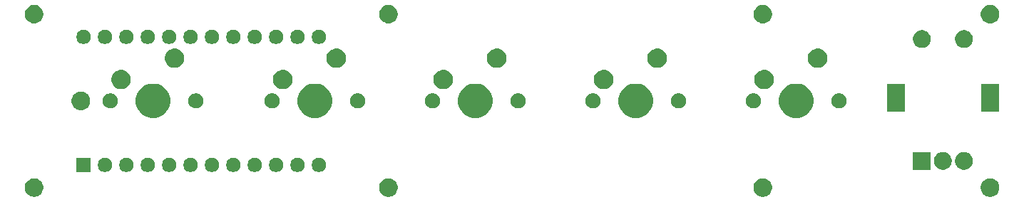
<source format=gbs>
G04 #@! TF.GenerationSoftware,KiCad,Pcbnew,(5.1.4)-1*
G04 #@! TF.CreationDate,2021-12-24T02:42:09+01:00*
G04 #@! TF.ProjectId,5Plank,35506c61-6e6b-42e6-9b69-6361645f7063,rev?*
G04 #@! TF.SameCoordinates,Original*
G04 #@! TF.FileFunction,Soldermask,Bot*
G04 #@! TF.FilePolarity,Negative*
%FSLAX46Y46*%
G04 Gerber Fmt 4.6, Leading zero omitted, Abs format (unit mm)*
G04 Created by KiCad (PCBNEW (5.1.4)-1) date 2021-12-24 02:42:09*
%MOMM*%
%LPD*%
G04 APERTURE LIST*
%ADD10C,0.100000*%
G04 APERTURE END LIST*
D10*
G36*
X241514795Y-94963906D02*
G01*
X241621150Y-94985061D01*
X241821520Y-95068057D01*
X242001844Y-95188545D01*
X242155205Y-95341906D01*
X242275693Y-95522230D01*
X242358689Y-95722601D01*
X242401000Y-95935310D01*
X242401000Y-96152190D01*
X242358689Y-96364899D01*
X242275693Y-96565270D01*
X242155205Y-96745594D01*
X242001844Y-96898955D01*
X241821520Y-97019443D01*
X241721334Y-97060941D01*
X241621150Y-97102439D01*
X241514795Y-97123594D01*
X241408440Y-97144750D01*
X241191560Y-97144750D01*
X241085206Y-97123595D01*
X240978850Y-97102439D01*
X240878666Y-97060941D01*
X240778480Y-97019443D01*
X240598156Y-96898955D01*
X240444795Y-96745594D01*
X240324307Y-96565270D01*
X240241311Y-96364899D01*
X240199000Y-96152190D01*
X240199000Y-95935310D01*
X240241311Y-95722601D01*
X240324307Y-95522230D01*
X240444795Y-95341906D01*
X240598156Y-95188545D01*
X240778480Y-95068057D01*
X240978850Y-94985061D01*
X241085206Y-94963905D01*
X241191560Y-94942750D01*
X241408440Y-94942750D01*
X241514795Y-94963906D01*
X241514795Y-94963906D01*
G37*
G36*
X214527295Y-94963906D02*
G01*
X214633650Y-94985061D01*
X214834020Y-95068057D01*
X215014344Y-95188545D01*
X215167705Y-95341906D01*
X215288193Y-95522230D01*
X215371189Y-95722601D01*
X215413500Y-95935310D01*
X215413500Y-96152190D01*
X215371189Y-96364899D01*
X215288193Y-96565270D01*
X215167705Y-96745594D01*
X215014344Y-96898955D01*
X214834020Y-97019443D01*
X214733834Y-97060941D01*
X214633650Y-97102439D01*
X214527295Y-97123594D01*
X214420940Y-97144750D01*
X214204060Y-97144750D01*
X214097706Y-97123595D01*
X213991350Y-97102439D01*
X213891166Y-97060941D01*
X213790980Y-97019443D01*
X213610656Y-96898955D01*
X213457295Y-96745594D01*
X213336807Y-96565270D01*
X213253811Y-96364899D01*
X213211500Y-96152190D01*
X213211500Y-95935310D01*
X213253811Y-95722601D01*
X213336807Y-95522230D01*
X213457295Y-95341906D01*
X213610656Y-95188545D01*
X213790980Y-95068057D01*
X213991350Y-94985061D01*
X214097706Y-94963905D01*
X214204060Y-94942750D01*
X214420940Y-94942750D01*
X214527295Y-94963906D01*
X214527295Y-94963906D01*
G37*
G36*
X128008545Y-94963906D02*
G01*
X128114900Y-94985061D01*
X128315270Y-95068057D01*
X128495594Y-95188545D01*
X128648955Y-95341906D01*
X128769443Y-95522230D01*
X128852439Y-95722601D01*
X128894750Y-95935310D01*
X128894750Y-96152190D01*
X128852439Y-96364899D01*
X128769443Y-96565270D01*
X128648955Y-96745594D01*
X128495594Y-96898955D01*
X128315270Y-97019443D01*
X128215084Y-97060941D01*
X128114900Y-97102439D01*
X128008545Y-97123594D01*
X127902190Y-97144750D01*
X127685310Y-97144750D01*
X127578956Y-97123595D01*
X127472600Y-97102439D01*
X127372416Y-97060941D01*
X127272230Y-97019443D01*
X127091906Y-96898955D01*
X126938545Y-96745594D01*
X126818057Y-96565270D01*
X126735061Y-96364899D01*
X126692750Y-96152190D01*
X126692750Y-95935310D01*
X126735061Y-95722601D01*
X126818057Y-95522230D01*
X126938545Y-95341906D01*
X127091906Y-95188545D01*
X127272230Y-95068057D01*
X127472600Y-94985061D01*
X127578956Y-94963905D01*
X127685310Y-94942750D01*
X127902190Y-94942750D01*
X128008545Y-94963906D01*
X128008545Y-94963906D01*
G37*
G36*
X170077295Y-94963906D02*
G01*
X170183650Y-94985061D01*
X170384020Y-95068057D01*
X170564344Y-95188545D01*
X170717705Y-95341906D01*
X170838193Y-95522230D01*
X170921189Y-95722601D01*
X170963500Y-95935310D01*
X170963500Y-96152190D01*
X170921189Y-96364899D01*
X170838193Y-96565270D01*
X170717705Y-96745594D01*
X170564344Y-96898955D01*
X170384020Y-97019443D01*
X170283834Y-97060941D01*
X170183650Y-97102439D01*
X170077295Y-97123594D01*
X169970940Y-97144750D01*
X169754060Y-97144750D01*
X169647706Y-97123595D01*
X169541350Y-97102439D01*
X169441166Y-97060941D01*
X169340980Y-97019443D01*
X169160656Y-96898955D01*
X169007295Y-96745594D01*
X168886807Y-96565270D01*
X168803811Y-96364899D01*
X168761500Y-96152190D01*
X168761500Y-95935310D01*
X168803811Y-95722601D01*
X168886807Y-95522230D01*
X169007295Y-95341906D01*
X169160656Y-95188545D01*
X169340980Y-95068057D01*
X169541350Y-94985061D01*
X169647706Y-94963905D01*
X169754060Y-94942750D01*
X169970940Y-94942750D01*
X170077295Y-94963906D01*
X170077295Y-94963906D01*
G37*
G36*
X144075728Y-92526703D02*
G01*
X144230600Y-92590853D01*
X144369981Y-92683985D01*
X144488515Y-92802519D01*
X144581647Y-92941900D01*
X144645797Y-93096772D01*
X144678500Y-93261184D01*
X144678500Y-93428816D01*
X144645797Y-93593228D01*
X144581647Y-93748100D01*
X144488515Y-93887481D01*
X144369981Y-94006015D01*
X144230600Y-94099147D01*
X144075728Y-94163297D01*
X143911316Y-94196000D01*
X143743684Y-94196000D01*
X143579272Y-94163297D01*
X143424400Y-94099147D01*
X143285019Y-94006015D01*
X143166485Y-93887481D01*
X143073353Y-93748100D01*
X143009203Y-93593228D01*
X142976500Y-93428816D01*
X142976500Y-93261184D01*
X143009203Y-93096772D01*
X143073353Y-92941900D01*
X143166485Y-92802519D01*
X143285019Y-92683985D01*
X143424400Y-92590853D01*
X143579272Y-92526703D01*
X143743684Y-92494000D01*
X143911316Y-92494000D01*
X144075728Y-92526703D01*
X144075728Y-92526703D01*
G37*
G36*
X161855728Y-92526703D02*
G01*
X162010600Y-92590853D01*
X162149981Y-92683985D01*
X162268515Y-92802519D01*
X162361647Y-92941900D01*
X162425797Y-93096772D01*
X162458500Y-93261184D01*
X162458500Y-93428816D01*
X162425797Y-93593228D01*
X162361647Y-93748100D01*
X162268515Y-93887481D01*
X162149981Y-94006015D01*
X162010600Y-94099147D01*
X161855728Y-94163297D01*
X161691316Y-94196000D01*
X161523684Y-94196000D01*
X161359272Y-94163297D01*
X161204400Y-94099147D01*
X161065019Y-94006015D01*
X160946485Y-93887481D01*
X160853353Y-93748100D01*
X160789203Y-93593228D01*
X160756500Y-93428816D01*
X160756500Y-93261184D01*
X160789203Y-93096772D01*
X160853353Y-92941900D01*
X160946485Y-92802519D01*
X161065019Y-92683985D01*
X161204400Y-92590853D01*
X161359272Y-92526703D01*
X161523684Y-92494000D01*
X161691316Y-92494000D01*
X161855728Y-92526703D01*
X161855728Y-92526703D01*
G37*
G36*
X159315728Y-92526703D02*
G01*
X159470600Y-92590853D01*
X159609981Y-92683985D01*
X159728515Y-92802519D01*
X159821647Y-92941900D01*
X159885797Y-93096772D01*
X159918500Y-93261184D01*
X159918500Y-93428816D01*
X159885797Y-93593228D01*
X159821647Y-93748100D01*
X159728515Y-93887481D01*
X159609981Y-94006015D01*
X159470600Y-94099147D01*
X159315728Y-94163297D01*
X159151316Y-94196000D01*
X158983684Y-94196000D01*
X158819272Y-94163297D01*
X158664400Y-94099147D01*
X158525019Y-94006015D01*
X158406485Y-93887481D01*
X158313353Y-93748100D01*
X158249203Y-93593228D01*
X158216500Y-93428816D01*
X158216500Y-93261184D01*
X158249203Y-93096772D01*
X158313353Y-92941900D01*
X158406485Y-92802519D01*
X158525019Y-92683985D01*
X158664400Y-92590853D01*
X158819272Y-92526703D01*
X158983684Y-92494000D01*
X159151316Y-92494000D01*
X159315728Y-92526703D01*
X159315728Y-92526703D01*
G37*
G36*
X156775728Y-92526703D02*
G01*
X156930600Y-92590853D01*
X157069981Y-92683985D01*
X157188515Y-92802519D01*
X157281647Y-92941900D01*
X157345797Y-93096772D01*
X157378500Y-93261184D01*
X157378500Y-93428816D01*
X157345797Y-93593228D01*
X157281647Y-93748100D01*
X157188515Y-93887481D01*
X157069981Y-94006015D01*
X156930600Y-94099147D01*
X156775728Y-94163297D01*
X156611316Y-94196000D01*
X156443684Y-94196000D01*
X156279272Y-94163297D01*
X156124400Y-94099147D01*
X155985019Y-94006015D01*
X155866485Y-93887481D01*
X155773353Y-93748100D01*
X155709203Y-93593228D01*
X155676500Y-93428816D01*
X155676500Y-93261184D01*
X155709203Y-93096772D01*
X155773353Y-92941900D01*
X155866485Y-92802519D01*
X155985019Y-92683985D01*
X156124400Y-92590853D01*
X156279272Y-92526703D01*
X156443684Y-92494000D01*
X156611316Y-92494000D01*
X156775728Y-92526703D01*
X156775728Y-92526703D01*
G37*
G36*
X154235728Y-92526703D02*
G01*
X154390600Y-92590853D01*
X154529981Y-92683985D01*
X154648515Y-92802519D01*
X154741647Y-92941900D01*
X154805797Y-93096772D01*
X154838500Y-93261184D01*
X154838500Y-93428816D01*
X154805797Y-93593228D01*
X154741647Y-93748100D01*
X154648515Y-93887481D01*
X154529981Y-94006015D01*
X154390600Y-94099147D01*
X154235728Y-94163297D01*
X154071316Y-94196000D01*
X153903684Y-94196000D01*
X153739272Y-94163297D01*
X153584400Y-94099147D01*
X153445019Y-94006015D01*
X153326485Y-93887481D01*
X153233353Y-93748100D01*
X153169203Y-93593228D01*
X153136500Y-93428816D01*
X153136500Y-93261184D01*
X153169203Y-93096772D01*
X153233353Y-92941900D01*
X153326485Y-92802519D01*
X153445019Y-92683985D01*
X153584400Y-92590853D01*
X153739272Y-92526703D01*
X153903684Y-92494000D01*
X154071316Y-92494000D01*
X154235728Y-92526703D01*
X154235728Y-92526703D01*
G37*
G36*
X151695728Y-92526703D02*
G01*
X151850600Y-92590853D01*
X151989981Y-92683985D01*
X152108515Y-92802519D01*
X152201647Y-92941900D01*
X152265797Y-93096772D01*
X152298500Y-93261184D01*
X152298500Y-93428816D01*
X152265797Y-93593228D01*
X152201647Y-93748100D01*
X152108515Y-93887481D01*
X151989981Y-94006015D01*
X151850600Y-94099147D01*
X151695728Y-94163297D01*
X151531316Y-94196000D01*
X151363684Y-94196000D01*
X151199272Y-94163297D01*
X151044400Y-94099147D01*
X150905019Y-94006015D01*
X150786485Y-93887481D01*
X150693353Y-93748100D01*
X150629203Y-93593228D01*
X150596500Y-93428816D01*
X150596500Y-93261184D01*
X150629203Y-93096772D01*
X150693353Y-92941900D01*
X150786485Y-92802519D01*
X150905019Y-92683985D01*
X151044400Y-92590853D01*
X151199272Y-92526703D01*
X151363684Y-92494000D01*
X151531316Y-92494000D01*
X151695728Y-92526703D01*
X151695728Y-92526703D01*
G37*
G36*
X149155728Y-92526703D02*
G01*
X149310600Y-92590853D01*
X149449981Y-92683985D01*
X149568515Y-92802519D01*
X149661647Y-92941900D01*
X149725797Y-93096772D01*
X149758500Y-93261184D01*
X149758500Y-93428816D01*
X149725797Y-93593228D01*
X149661647Y-93748100D01*
X149568515Y-93887481D01*
X149449981Y-94006015D01*
X149310600Y-94099147D01*
X149155728Y-94163297D01*
X148991316Y-94196000D01*
X148823684Y-94196000D01*
X148659272Y-94163297D01*
X148504400Y-94099147D01*
X148365019Y-94006015D01*
X148246485Y-93887481D01*
X148153353Y-93748100D01*
X148089203Y-93593228D01*
X148056500Y-93428816D01*
X148056500Y-93261184D01*
X148089203Y-93096772D01*
X148153353Y-92941900D01*
X148246485Y-92802519D01*
X148365019Y-92683985D01*
X148504400Y-92590853D01*
X148659272Y-92526703D01*
X148823684Y-92494000D01*
X148991316Y-92494000D01*
X149155728Y-92526703D01*
X149155728Y-92526703D01*
G37*
G36*
X146615728Y-92526703D02*
G01*
X146770600Y-92590853D01*
X146909981Y-92683985D01*
X147028515Y-92802519D01*
X147121647Y-92941900D01*
X147185797Y-93096772D01*
X147218500Y-93261184D01*
X147218500Y-93428816D01*
X147185797Y-93593228D01*
X147121647Y-93748100D01*
X147028515Y-93887481D01*
X146909981Y-94006015D01*
X146770600Y-94099147D01*
X146615728Y-94163297D01*
X146451316Y-94196000D01*
X146283684Y-94196000D01*
X146119272Y-94163297D01*
X145964400Y-94099147D01*
X145825019Y-94006015D01*
X145706485Y-93887481D01*
X145613353Y-93748100D01*
X145549203Y-93593228D01*
X145516500Y-93428816D01*
X145516500Y-93261184D01*
X145549203Y-93096772D01*
X145613353Y-92941900D01*
X145706485Y-92802519D01*
X145825019Y-92683985D01*
X145964400Y-92590853D01*
X146119272Y-92526703D01*
X146283684Y-92494000D01*
X146451316Y-92494000D01*
X146615728Y-92526703D01*
X146615728Y-92526703D01*
G37*
G36*
X141535728Y-92526703D02*
G01*
X141690600Y-92590853D01*
X141829981Y-92683985D01*
X141948515Y-92802519D01*
X142041647Y-92941900D01*
X142105797Y-93096772D01*
X142138500Y-93261184D01*
X142138500Y-93428816D01*
X142105797Y-93593228D01*
X142041647Y-93748100D01*
X141948515Y-93887481D01*
X141829981Y-94006015D01*
X141690600Y-94099147D01*
X141535728Y-94163297D01*
X141371316Y-94196000D01*
X141203684Y-94196000D01*
X141039272Y-94163297D01*
X140884400Y-94099147D01*
X140745019Y-94006015D01*
X140626485Y-93887481D01*
X140533353Y-93748100D01*
X140469203Y-93593228D01*
X140436500Y-93428816D01*
X140436500Y-93261184D01*
X140469203Y-93096772D01*
X140533353Y-92941900D01*
X140626485Y-92802519D01*
X140745019Y-92683985D01*
X140884400Y-92590853D01*
X141039272Y-92526703D01*
X141203684Y-92494000D01*
X141371316Y-92494000D01*
X141535728Y-92526703D01*
X141535728Y-92526703D01*
G37*
G36*
X138995728Y-92526703D02*
G01*
X139150600Y-92590853D01*
X139289981Y-92683985D01*
X139408515Y-92802519D01*
X139501647Y-92941900D01*
X139565797Y-93096772D01*
X139598500Y-93261184D01*
X139598500Y-93428816D01*
X139565797Y-93593228D01*
X139501647Y-93748100D01*
X139408515Y-93887481D01*
X139289981Y-94006015D01*
X139150600Y-94099147D01*
X138995728Y-94163297D01*
X138831316Y-94196000D01*
X138663684Y-94196000D01*
X138499272Y-94163297D01*
X138344400Y-94099147D01*
X138205019Y-94006015D01*
X138086485Y-93887481D01*
X137993353Y-93748100D01*
X137929203Y-93593228D01*
X137896500Y-93428816D01*
X137896500Y-93261184D01*
X137929203Y-93096772D01*
X137993353Y-92941900D01*
X138086485Y-92802519D01*
X138205019Y-92683985D01*
X138344400Y-92590853D01*
X138499272Y-92526703D01*
X138663684Y-92494000D01*
X138831316Y-92494000D01*
X138995728Y-92526703D01*
X138995728Y-92526703D01*
G37*
G36*
X136455728Y-92526703D02*
G01*
X136610600Y-92590853D01*
X136749981Y-92683985D01*
X136868515Y-92802519D01*
X136961647Y-92941900D01*
X137025797Y-93096772D01*
X137058500Y-93261184D01*
X137058500Y-93428816D01*
X137025797Y-93593228D01*
X136961647Y-93748100D01*
X136868515Y-93887481D01*
X136749981Y-94006015D01*
X136610600Y-94099147D01*
X136455728Y-94163297D01*
X136291316Y-94196000D01*
X136123684Y-94196000D01*
X135959272Y-94163297D01*
X135804400Y-94099147D01*
X135665019Y-94006015D01*
X135546485Y-93887481D01*
X135453353Y-93748100D01*
X135389203Y-93593228D01*
X135356500Y-93428816D01*
X135356500Y-93261184D01*
X135389203Y-93096772D01*
X135453353Y-92941900D01*
X135546485Y-92802519D01*
X135665019Y-92683985D01*
X135804400Y-92590853D01*
X135959272Y-92526703D01*
X136123684Y-92494000D01*
X136291316Y-92494000D01*
X136455728Y-92526703D01*
X136455728Y-92526703D01*
G37*
G36*
X134518500Y-94196000D02*
G01*
X132816500Y-94196000D01*
X132816500Y-92494000D01*
X134518500Y-92494000D01*
X134518500Y-94196000D01*
X134518500Y-94196000D01*
G37*
G36*
X238506564Y-91858139D02*
G01*
X238697833Y-91937365D01*
X238697835Y-91937366D01*
X238869973Y-92052385D01*
X239016365Y-92198777D01*
X239131385Y-92370917D01*
X239210611Y-92562186D01*
X239251000Y-92765234D01*
X239251000Y-92972266D01*
X239210611Y-93175314D01*
X239175042Y-93261185D01*
X239131384Y-93366585D01*
X239016365Y-93538723D01*
X238869973Y-93685115D01*
X238697835Y-93800134D01*
X238697834Y-93800135D01*
X238697833Y-93800135D01*
X238506564Y-93879361D01*
X238303516Y-93919750D01*
X238096484Y-93919750D01*
X237893436Y-93879361D01*
X237702167Y-93800135D01*
X237702166Y-93800135D01*
X237702165Y-93800134D01*
X237530027Y-93685115D01*
X237383635Y-93538723D01*
X237268616Y-93366585D01*
X237224958Y-93261185D01*
X237189389Y-93175314D01*
X237149000Y-92972266D01*
X237149000Y-92765234D01*
X237189389Y-92562186D01*
X237268615Y-92370917D01*
X237383635Y-92198777D01*
X237530027Y-92052385D01*
X237702165Y-91937366D01*
X237702167Y-91937365D01*
X237893436Y-91858139D01*
X238096484Y-91817750D01*
X238303516Y-91817750D01*
X238506564Y-91858139D01*
X238506564Y-91858139D01*
G37*
G36*
X236006564Y-91858139D02*
G01*
X236197833Y-91937365D01*
X236197835Y-91937366D01*
X236369973Y-92052385D01*
X236516365Y-92198777D01*
X236631385Y-92370917D01*
X236710611Y-92562186D01*
X236751000Y-92765234D01*
X236751000Y-92972266D01*
X236710611Y-93175314D01*
X236675042Y-93261185D01*
X236631384Y-93366585D01*
X236516365Y-93538723D01*
X236369973Y-93685115D01*
X236197835Y-93800134D01*
X236197834Y-93800135D01*
X236197833Y-93800135D01*
X236006564Y-93879361D01*
X235803516Y-93919750D01*
X235596484Y-93919750D01*
X235393436Y-93879361D01*
X235202167Y-93800135D01*
X235202166Y-93800135D01*
X235202165Y-93800134D01*
X235030027Y-93685115D01*
X234883635Y-93538723D01*
X234768616Y-93366585D01*
X234724958Y-93261185D01*
X234689389Y-93175314D01*
X234649000Y-92972266D01*
X234649000Y-92765234D01*
X234689389Y-92562186D01*
X234768615Y-92370917D01*
X234883635Y-92198777D01*
X235030027Y-92052385D01*
X235202165Y-91937366D01*
X235202167Y-91937365D01*
X235393436Y-91858139D01*
X235596484Y-91817750D01*
X235803516Y-91817750D01*
X236006564Y-91858139D01*
X236006564Y-91858139D01*
G37*
G36*
X234251000Y-93919750D02*
G01*
X232149000Y-93919750D01*
X232149000Y-91817750D01*
X234251000Y-91817750D01*
X234251000Y-93919750D01*
X234251000Y-93919750D01*
G37*
G36*
X142520754Y-83752818D02*
G01*
X142894011Y-83907426D01*
X142894013Y-83907427D01*
X143229936Y-84131884D01*
X143515616Y-84417564D01*
X143681824Y-84666311D01*
X143740074Y-84753489D01*
X143894682Y-85126746D01*
X143973500Y-85522993D01*
X143973500Y-85927007D01*
X143894682Y-86323254D01*
X143740074Y-86696511D01*
X143740073Y-86696513D01*
X143515616Y-87032436D01*
X143229936Y-87318116D01*
X142894013Y-87542573D01*
X142894012Y-87542574D01*
X142894011Y-87542574D01*
X142520754Y-87697182D01*
X142124507Y-87776000D01*
X141720493Y-87776000D01*
X141324246Y-87697182D01*
X140950989Y-87542574D01*
X140950988Y-87542574D01*
X140950987Y-87542573D01*
X140615064Y-87318116D01*
X140329384Y-87032436D01*
X140104927Y-86696513D01*
X140104926Y-86696511D01*
X139950318Y-86323254D01*
X139871500Y-85927007D01*
X139871500Y-85522993D01*
X139950318Y-85126746D01*
X140104926Y-84753489D01*
X140163177Y-84666311D01*
X140329384Y-84417564D01*
X140615064Y-84131884D01*
X140950987Y-83907427D01*
X140950989Y-83907426D01*
X141324246Y-83752818D01*
X141720493Y-83674000D01*
X142124507Y-83674000D01*
X142520754Y-83752818D01*
X142520754Y-83752818D01*
G37*
G36*
X180779504Y-83752818D02*
G01*
X181152761Y-83907426D01*
X181152763Y-83907427D01*
X181488686Y-84131884D01*
X181774366Y-84417564D01*
X181940574Y-84666311D01*
X181998824Y-84753489D01*
X182153432Y-85126746D01*
X182232250Y-85522993D01*
X182232250Y-85927007D01*
X182153432Y-86323254D01*
X181998824Y-86696511D01*
X181998823Y-86696513D01*
X181774366Y-87032436D01*
X181488686Y-87318116D01*
X181152763Y-87542573D01*
X181152762Y-87542574D01*
X181152761Y-87542574D01*
X180779504Y-87697182D01*
X180383257Y-87776000D01*
X179979243Y-87776000D01*
X179582996Y-87697182D01*
X179209739Y-87542574D01*
X179209738Y-87542574D01*
X179209737Y-87542573D01*
X178873814Y-87318116D01*
X178588134Y-87032436D01*
X178363677Y-86696513D01*
X178363676Y-86696511D01*
X178209068Y-86323254D01*
X178130250Y-85927007D01*
X178130250Y-85522993D01*
X178209068Y-85126746D01*
X178363676Y-84753489D01*
X178421927Y-84666311D01*
X178588134Y-84417564D01*
X178873814Y-84131884D01*
X179209737Y-83907427D01*
X179209739Y-83907426D01*
X179582996Y-83752818D01*
X179979243Y-83674000D01*
X180383257Y-83674000D01*
X180779504Y-83752818D01*
X180779504Y-83752818D01*
G37*
G36*
X161729504Y-83752818D02*
G01*
X162102761Y-83907426D01*
X162102763Y-83907427D01*
X162438686Y-84131884D01*
X162724366Y-84417564D01*
X162890574Y-84666311D01*
X162948824Y-84753489D01*
X163103432Y-85126746D01*
X163182250Y-85522993D01*
X163182250Y-85927007D01*
X163103432Y-86323254D01*
X162948824Y-86696511D01*
X162948823Y-86696513D01*
X162724366Y-87032436D01*
X162438686Y-87318116D01*
X162102763Y-87542573D01*
X162102762Y-87542574D01*
X162102761Y-87542574D01*
X161729504Y-87697182D01*
X161333257Y-87776000D01*
X160929243Y-87776000D01*
X160532996Y-87697182D01*
X160159739Y-87542574D01*
X160159738Y-87542574D01*
X160159737Y-87542573D01*
X159823814Y-87318116D01*
X159538134Y-87032436D01*
X159313677Y-86696513D01*
X159313676Y-86696511D01*
X159159068Y-86323254D01*
X159080250Y-85927007D01*
X159080250Y-85522993D01*
X159159068Y-85126746D01*
X159313676Y-84753489D01*
X159371927Y-84666311D01*
X159538134Y-84417564D01*
X159823814Y-84131884D01*
X160159737Y-83907427D01*
X160159739Y-83907426D01*
X160532996Y-83752818D01*
X160929243Y-83674000D01*
X161333257Y-83674000D01*
X161729504Y-83752818D01*
X161729504Y-83752818D01*
G37*
G36*
X199829504Y-83752818D02*
G01*
X200202761Y-83907426D01*
X200202763Y-83907427D01*
X200538686Y-84131884D01*
X200824366Y-84417564D01*
X200990574Y-84666311D01*
X201048824Y-84753489D01*
X201203432Y-85126746D01*
X201282250Y-85522993D01*
X201282250Y-85927007D01*
X201203432Y-86323254D01*
X201048824Y-86696511D01*
X201048823Y-86696513D01*
X200824366Y-87032436D01*
X200538686Y-87318116D01*
X200202763Y-87542573D01*
X200202762Y-87542574D01*
X200202761Y-87542574D01*
X199829504Y-87697182D01*
X199433257Y-87776000D01*
X199029243Y-87776000D01*
X198632996Y-87697182D01*
X198259739Y-87542574D01*
X198259738Y-87542574D01*
X198259737Y-87542573D01*
X197923814Y-87318116D01*
X197638134Y-87032436D01*
X197413677Y-86696513D01*
X197413676Y-86696511D01*
X197259068Y-86323254D01*
X197180250Y-85927007D01*
X197180250Y-85522993D01*
X197259068Y-85126746D01*
X197413676Y-84753489D01*
X197471927Y-84666311D01*
X197638134Y-84417564D01*
X197923814Y-84131884D01*
X198259737Y-83907427D01*
X198259739Y-83907426D01*
X198632996Y-83752818D01*
X199029243Y-83674000D01*
X199433257Y-83674000D01*
X199829504Y-83752818D01*
X199829504Y-83752818D01*
G37*
G36*
X218879504Y-83752818D02*
G01*
X219252761Y-83907426D01*
X219252763Y-83907427D01*
X219588686Y-84131884D01*
X219874366Y-84417564D01*
X220040574Y-84666311D01*
X220098824Y-84753489D01*
X220253432Y-85126746D01*
X220332250Y-85522993D01*
X220332250Y-85927007D01*
X220253432Y-86323254D01*
X220098824Y-86696511D01*
X220098823Y-86696513D01*
X219874366Y-87032436D01*
X219588686Y-87318116D01*
X219252763Y-87542573D01*
X219252762Y-87542574D01*
X219252761Y-87542574D01*
X218879504Y-87697182D01*
X218483257Y-87776000D01*
X218079243Y-87776000D01*
X217682996Y-87697182D01*
X217309739Y-87542574D01*
X217309738Y-87542574D01*
X217309737Y-87542573D01*
X216973814Y-87318116D01*
X216688134Y-87032436D01*
X216463677Y-86696513D01*
X216463676Y-86696511D01*
X216309068Y-86323254D01*
X216230250Y-85927007D01*
X216230250Y-85522993D01*
X216309068Y-85126746D01*
X216463676Y-84753489D01*
X216521927Y-84666311D01*
X216688134Y-84417564D01*
X216973814Y-84131884D01*
X217309737Y-83907427D01*
X217309739Y-83907426D01*
X217682996Y-83752818D01*
X218079243Y-83674000D01*
X218483257Y-83674000D01*
X218879504Y-83752818D01*
X218879504Y-83752818D01*
G37*
G36*
X231151000Y-87019750D02*
G01*
X229049000Y-87019750D01*
X229049000Y-83717750D01*
X231151000Y-83717750D01*
X231151000Y-87019750D01*
X231151000Y-87019750D01*
G37*
G36*
X242351000Y-87019750D02*
G01*
X240249000Y-87019750D01*
X240249000Y-83717750D01*
X242351000Y-83717750D01*
X242351000Y-87019750D01*
X242351000Y-87019750D01*
G37*
G36*
X133564794Y-84645155D02*
G01*
X133671150Y-84666311D01*
X133871520Y-84749307D01*
X134051844Y-84869795D01*
X134205205Y-85023156D01*
X134325693Y-85203480D01*
X134408689Y-85403851D01*
X134451000Y-85616560D01*
X134451000Y-85833440D01*
X134408689Y-86046149D01*
X134325693Y-86246520D01*
X134205205Y-86426844D01*
X134051844Y-86580205D01*
X133871520Y-86700693D01*
X133771334Y-86742191D01*
X133671150Y-86783689D01*
X133564794Y-86804845D01*
X133458440Y-86826000D01*
X133241560Y-86826000D01*
X133135206Y-86804845D01*
X133028850Y-86783689D01*
X132928666Y-86742191D01*
X132828480Y-86700693D01*
X132648156Y-86580205D01*
X132494795Y-86426844D01*
X132374307Y-86246520D01*
X132291311Y-86046149D01*
X132249000Y-85833440D01*
X132249000Y-85616560D01*
X132291311Y-85403851D01*
X132374307Y-85203480D01*
X132494795Y-85023156D01*
X132648156Y-84869795D01*
X132828480Y-84749307D01*
X133028850Y-84666311D01*
X133135206Y-84645155D01*
X133241560Y-84624000D01*
X133458440Y-84624000D01*
X133564794Y-84645155D01*
X133564794Y-84645155D01*
G37*
G36*
X166324762Y-84828927D02*
G01*
X166474062Y-84858624D01*
X166638034Y-84926544D01*
X166785604Y-85025147D01*
X166911103Y-85150646D01*
X167009706Y-85298216D01*
X167077626Y-85462188D01*
X167112250Y-85636259D01*
X167112250Y-85813741D01*
X167077626Y-85987812D01*
X167009706Y-86151784D01*
X166911103Y-86299354D01*
X166785604Y-86424853D01*
X166638034Y-86523456D01*
X166474062Y-86591376D01*
X166324762Y-86621073D01*
X166299992Y-86626000D01*
X166122508Y-86626000D01*
X166097738Y-86621073D01*
X165948438Y-86591376D01*
X165784466Y-86523456D01*
X165636896Y-86424853D01*
X165511397Y-86299354D01*
X165412794Y-86151784D01*
X165344874Y-85987812D01*
X165310250Y-85813741D01*
X165310250Y-85636259D01*
X165344874Y-85462188D01*
X165412794Y-85298216D01*
X165511397Y-85150646D01*
X165636896Y-85025147D01*
X165784466Y-84926544D01*
X165948438Y-84858624D01*
X166097738Y-84828927D01*
X166122508Y-84824000D01*
X166299992Y-84824000D01*
X166324762Y-84828927D01*
X166324762Y-84828927D01*
G37*
G36*
X147116012Y-84828927D02*
G01*
X147265312Y-84858624D01*
X147429284Y-84926544D01*
X147576854Y-85025147D01*
X147702353Y-85150646D01*
X147800956Y-85298216D01*
X147868876Y-85462188D01*
X147903500Y-85636259D01*
X147903500Y-85813741D01*
X147868876Y-85987812D01*
X147800956Y-86151784D01*
X147702353Y-86299354D01*
X147576854Y-86424853D01*
X147429284Y-86523456D01*
X147265312Y-86591376D01*
X147116012Y-86621073D01*
X147091242Y-86626000D01*
X146913758Y-86626000D01*
X146888988Y-86621073D01*
X146739688Y-86591376D01*
X146575716Y-86523456D01*
X146428146Y-86424853D01*
X146302647Y-86299354D01*
X146204044Y-86151784D01*
X146136124Y-85987812D01*
X146101500Y-85813741D01*
X146101500Y-85636259D01*
X146136124Y-85462188D01*
X146204044Y-85298216D01*
X146302647Y-85150646D01*
X146428146Y-85025147D01*
X146575716Y-84926544D01*
X146739688Y-84858624D01*
X146888988Y-84828927D01*
X146913758Y-84824000D01*
X147091242Y-84824000D01*
X147116012Y-84828927D01*
X147116012Y-84828927D01*
G37*
G36*
X204424762Y-84828927D02*
G01*
X204574062Y-84858624D01*
X204738034Y-84926544D01*
X204885604Y-85025147D01*
X205011103Y-85150646D01*
X205109706Y-85298216D01*
X205177626Y-85462188D01*
X205212250Y-85636259D01*
X205212250Y-85813741D01*
X205177626Y-85987812D01*
X205109706Y-86151784D01*
X205011103Y-86299354D01*
X204885604Y-86424853D01*
X204738034Y-86523456D01*
X204574062Y-86591376D01*
X204424762Y-86621073D01*
X204399992Y-86626000D01*
X204222508Y-86626000D01*
X204197738Y-86621073D01*
X204048438Y-86591376D01*
X203884466Y-86523456D01*
X203736896Y-86424853D01*
X203611397Y-86299354D01*
X203512794Y-86151784D01*
X203444874Y-85987812D01*
X203410250Y-85813741D01*
X203410250Y-85636259D01*
X203444874Y-85462188D01*
X203512794Y-85298216D01*
X203611397Y-85150646D01*
X203736896Y-85025147D01*
X203884466Y-84926544D01*
X204048438Y-84858624D01*
X204197738Y-84828927D01*
X204222508Y-84824000D01*
X204399992Y-84824000D01*
X204424762Y-84828927D01*
X204424762Y-84828927D01*
G37*
G36*
X136956012Y-84828927D02*
G01*
X137105312Y-84858624D01*
X137269284Y-84926544D01*
X137416854Y-85025147D01*
X137542353Y-85150646D01*
X137640956Y-85298216D01*
X137708876Y-85462188D01*
X137743500Y-85636259D01*
X137743500Y-85813741D01*
X137708876Y-85987812D01*
X137640956Y-86151784D01*
X137542353Y-86299354D01*
X137416854Y-86424853D01*
X137269284Y-86523456D01*
X137105312Y-86591376D01*
X136956012Y-86621073D01*
X136931242Y-86626000D01*
X136753758Y-86626000D01*
X136728988Y-86621073D01*
X136579688Y-86591376D01*
X136415716Y-86523456D01*
X136268146Y-86424853D01*
X136142647Y-86299354D01*
X136044044Y-86151784D01*
X135976124Y-85987812D01*
X135941500Y-85813741D01*
X135941500Y-85636259D01*
X135976124Y-85462188D01*
X136044044Y-85298216D01*
X136142647Y-85150646D01*
X136268146Y-85025147D01*
X136415716Y-84926544D01*
X136579688Y-84858624D01*
X136728988Y-84828927D01*
X136753758Y-84824000D01*
X136931242Y-84824000D01*
X136956012Y-84828927D01*
X136956012Y-84828927D01*
G37*
G36*
X175214762Y-84828927D02*
G01*
X175364062Y-84858624D01*
X175528034Y-84926544D01*
X175675604Y-85025147D01*
X175801103Y-85150646D01*
X175899706Y-85298216D01*
X175967626Y-85462188D01*
X176002250Y-85636259D01*
X176002250Y-85813741D01*
X175967626Y-85987812D01*
X175899706Y-86151784D01*
X175801103Y-86299354D01*
X175675604Y-86424853D01*
X175528034Y-86523456D01*
X175364062Y-86591376D01*
X175214762Y-86621073D01*
X175189992Y-86626000D01*
X175012508Y-86626000D01*
X174987738Y-86621073D01*
X174838438Y-86591376D01*
X174674466Y-86523456D01*
X174526896Y-86424853D01*
X174401397Y-86299354D01*
X174302794Y-86151784D01*
X174234874Y-85987812D01*
X174200250Y-85813741D01*
X174200250Y-85636259D01*
X174234874Y-85462188D01*
X174302794Y-85298216D01*
X174401397Y-85150646D01*
X174526896Y-85025147D01*
X174674466Y-84926544D01*
X174838438Y-84858624D01*
X174987738Y-84828927D01*
X175012508Y-84824000D01*
X175189992Y-84824000D01*
X175214762Y-84828927D01*
X175214762Y-84828927D01*
G37*
G36*
X194264762Y-84828927D02*
G01*
X194414062Y-84858624D01*
X194578034Y-84926544D01*
X194725604Y-85025147D01*
X194851103Y-85150646D01*
X194949706Y-85298216D01*
X195017626Y-85462188D01*
X195052250Y-85636259D01*
X195052250Y-85813741D01*
X195017626Y-85987812D01*
X194949706Y-86151784D01*
X194851103Y-86299354D01*
X194725604Y-86424853D01*
X194578034Y-86523456D01*
X194414062Y-86591376D01*
X194264762Y-86621073D01*
X194239992Y-86626000D01*
X194062508Y-86626000D01*
X194037738Y-86621073D01*
X193888438Y-86591376D01*
X193724466Y-86523456D01*
X193576896Y-86424853D01*
X193451397Y-86299354D01*
X193352794Y-86151784D01*
X193284874Y-85987812D01*
X193250250Y-85813741D01*
X193250250Y-85636259D01*
X193284874Y-85462188D01*
X193352794Y-85298216D01*
X193451397Y-85150646D01*
X193576896Y-85025147D01*
X193724466Y-84926544D01*
X193888438Y-84858624D01*
X194037738Y-84828927D01*
X194062508Y-84824000D01*
X194239992Y-84824000D01*
X194264762Y-84828927D01*
X194264762Y-84828927D01*
G37*
G36*
X223474762Y-84828927D02*
G01*
X223624062Y-84858624D01*
X223788034Y-84926544D01*
X223935604Y-85025147D01*
X224061103Y-85150646D01*
X224159706Y-85298216D01*
X224227626Y-85462188D01*
X224262250Y-85636259D01*
X224262250Y-85813741D01*
X224227626Y-85987812D01*
X224159706Y-86151784D01*
X224061103Y-86299354D01*
X223935604Y-86424853D01*
X223788034Y-86523456D01*
X223624062Y-86591376D01*
X223474762Y-86621073D01*
X223449992Y-86626000D01*
X223272508Y-86626000D01*
X223247738Y-86621073D01*
X223098438Y-86591376D01*
X222934466Y-86523456D01*
X222786896Y-86424853D01*
X222661397Y-86299354D01*
X222562794Y-86151784D01*
X222494874Y-85987812D01*
X222460250Y-85813741D01*
X222460250Y-85636259D01*
X222494874Y-85462188D01*
X222562794Y-85298216D01*
X222661397Y-85150646D01*
X222786896Y-85025147D01*
X222934466Y-84926544D01*
X223098438Y-84858624D01*
X223247738Y-84828927D01*
X223272508Y-84824000D01*
X223449992Y-84824000D01*
X223474762Y-84828927D01*
X223474762Y-84828927D01*
G37*
G36*
X156164762Y-84828927D02*
G01*
X156314062Y-84858624D01*
X156478034Y-84926544D01*
X156625604Y-85025147D01*
X156751103Y-85150646D01*
X156849706Y-85298216D01*
X156917626Y-85462188D01*
X156952250Y-85636259D01*
X156952250Y-85813741D01*
X156917626Y-85987812D01*
X156849706Y-86151784D01*
X156751103Y-86299354D01*
X156625604Y-86424853D01*
X156478034Y-86523456D01*
X156314062Y-86591376D01*
X156164762Y-86621073D01*
X156139992Y-86626000D01*
X155962508Y-86626000D01*
X155937738Y-86621073D01*
X155788438Y-86591376D01*
X155624466Y-86523456D01*
X155476896Y-86424853D01*
X155351397Y-86299354D01*
X155252794Y-86151784D01*
X155184874Y-85987812D01*
X155150250Y-85813741D01*
X155150250Y-85636259D01*
X155184874Y-85462188D01*
X155252794Y-85298216D01*
X155351397Y-85150646D01*
X155476896Y-85025147D01*
X155624466Y-84926544D01*
X155788438Y-84858624D01*
X155937738Y-84828927D01*
X155962508Y-84824000D01*
X156139992Y-84824000D01*
X156164762Y-84828927D01*
X156164762Y-84828927D01*
G37*
G36*
X213314762Y-84828927D02*
G01*
X213464062Y-84858624D01*
X213628034Y-84926544D01*
X213775604Y-85025147D01*
X213901103Y-85150646D01*
X213999706Y-85298216D01*
X214067626Y-85462188D01*
X214102250Y-85636259D01*
X214102250Y-85813741D01*
X214067626Y-85987812D01*
X213999706Y-86151784D01*
X213901103Y-86299354D01*
X213775604Y-86424853D01*
X213628034Y-86523456D01*
X213464062Y-86591376D01*
X213314762Y-86621073D01*
X213289992Y-86626000D01*
X213112508Y-86626000D01*
X213087738Y-86621073D01*
X212938438Y-86591376D01*
X212774466Y-86523456D01*
X212626896Y-86424853D01*
X212501397Y-86299354D01*
X212402794Y-86151784D01*
X212334874Y-85987812D01*
X212300250Y-85813741D01*
X212300250Y-85636259D01*
X212334874Y-85462188D01*
X212402794Y-85298216D01*
X212501397Y-85150646D01*
X212626896Y-85025147D01*
X212774466Y-84926544D01*
X212938438Y-84858624D01*
X213087738Y-84828927D01*
X213112508Y-84824000D01*
X213289992Y-84824000D01*
X213314762Y-84828927D01*
X213314762Y-84828927D01*
G37*
G36*
X185374762Y-84828927D02*
G01*
X185524062Y-84858624D01*
X185688034Y-84926544D01*
X185835604Y-85025147D01*
X185961103Y-85150646D01*
X186059706Y-85298216D01*
X186127626Y-85462188D01*
X186162250Y-85636259D01*
X186162250Y-85813741D01*
X186127626Y-85987812D01*
X186059706Y-86151784D01*
X185961103Y-86299354D01*
X185835604Y-86424853D01*
X185688034Y-86523456D01*
X185524062Y-86591376D01*
X185374762Y-86621073D01*
X185349992Y-86626000D01*
X185172508Y-86626000D01*
X185147738Y-86621073D01*
X184998438Y-86591376D01*
X184834466Y-86523456D01*
X184686896Y-86424853D01*
X184561397Y-86299354D01*
X184462794Y-86151784D01*
X184394874Y-85987812D01*
X184360250Y-85813741D01*
X184360250Y-85636259D01*
X184394874Y-85462188D01*
X184462794Y-85298216D01*
X184561397Y-85150646D01*
X184686896Y-85025147D01*
X184834466Y-84926544D01*
X184998438Y-84858624D01*
X185147738Y-84828927D01*
X185172508Y-84824000D01*
X185349992Y-84824000D01*
X185374762Y-84828927D01*
X185374762Y-84828927D01*
G37*
G36*
X176595799Y-82056116D02*
G01*
X176706984Y-82078232D01*
X176916453Y-82164997D01*
X177104970Y-82290960D01*
X177265290Y-82451280D01*
X177391253Y-82639797D01*
X177478018Y-82849266D01*
X177522250Y-83071636D01*
X177522250Y-83298364D01*
X177478018Y-83520734D01*
X177391253Y-83730203D01*
X177265290Y-83918720D01*
X177104970Y-84079040D01*
X176916453Y-84205003D01*
X176706984Y-84291768D01*
X176595799Y-84313884D01*
X176484615Y-84336000D01*
X176257885Y-84336000D01*
X176146701Y-84313884D01*
X176035516Y-84291768D01*
X175826047Y-84205003D01*
X175637530Y-84079040D01*
X175477210Y-83918720D01*
X175351247Y-83730203D01*
X175264482Y-83520734D01*
X175220250Y-83298364D01*
X175220250Y-83071636D01*
X175264482Y-82849266D01*
X175351247Y-82639797D01*
X175477210Y-82451280D01*
X175637530Y-82290960D01*
X175826047Y-82164997D01*
X176035516Y-82078232D01*
X176146701Y-82056116D01*
X176257885Y-82034000D01*
X176484615Y-82034000D01*
X176595799Y-82056116D01*
X176595799Y-82056116D01*
G37*
G36*
X214695799Y-82056116D02*
G01*
X214806984Y-82078232D01*
X215016453Y-82164997D01*
X215204970Y-82290960D01*
X215365290Y-82451280D01*
X215491253Y-82639797D01*
X215578018Y-82849266D01*
X215622250Y-83071636D01*
X215622250Y-83298364D01*
X215578018Y-83520734D01*
X215491253Y-83730203D01*
X215365290Y-83918720D01*
X215204970Y-84079040D01*
X215016453Y-84205003D01*
X214806984Y-84291768D01*
X214695799Y-84313884D01*
X214584615Y-84336000D01*
X214357885Y-84336000D01*
X214246701Y-84313884D01*
X214135516Y-84291768D01*
X213926047Y-84205003D01*
X213737530Y-84079040D01*
X213577210Y-83918720D01*
X213451247Y-83730203D01*
X213364482Y-83520734D01*
X213320250Y-83298364D01*
X213320250Y-83071636D01*
X213364482Y-82849266D01*
X213451247Y-82639797D01*
X213577210Y-82451280D01*
X213737530Y-82290960D01*
X213926047Y-82164997D01*
X214135516Y-82078232D01*
X214246701Y-82056116D01*
X214357885Y-82034000D01*
X214584615Y-82034000D01*
X214695799Y-82056116D01*
X214695799Y-82056116D01*
G37*
G36*
X195645799Y-82056116D02*
G01*
X195756984Y-82078232D01*
X195966453Y-82164997D01*
X196154970Y-82290960D01*
X196315290Y-82451280D01*
X196441253Y-82639797D01*
X196528018Y-82849266D01*
X196572250Y-83071636D01*
X196572250Y-83298364D01*
X196528018Y-83520734D01*
X196441253Y-83730203D01*
X196315290Y-83918720D01*
X196154970Y-84079040D01*
X195966453Y-84205003D01*
X195756984Y-84291768D01*
X195645799Y-84313884D01*
X195534615Y-84336000D01*
X195307885Y-84336000D01*
X195196701Y-84313884D01*
X195085516Y-84291768D01*
X194876047Y-84205003D01*
X194687530Y-84079040D01*
X194527210Y-83918720D01*
X194401247Y-83730203D01*
X194314482Y-83520734D01*
X194270250Y-83298364D01*
X194270250Y-83071636D01*
X194314482Y-82849266D01*
X194401247Y-82639797D01*
X194527210Y-82451280D01*
X194687530Y-82290960D01*
X194876047Y-82164997D01*
X195085516Y-82078232D01*
X195196701Y-82056116D01*
X195307885Y-82034000D01*
X195534615Y-82034000D01*
X195645799Y-82056116D01*
X195645799Y-82056116D01*
G37*
G36*
X138337049Y-82056116D02*
G01*
X138448234Y-82078232D01*
X138657703Y-82164997D01*
X138846220Y-82290960D01*
X139006540Y-82451280D01*
X139132503Y-82639797D01*
X139219268Y-82849266D01*
X139263500Y-83071636D01*
X139263500Y-83298364D01*
X139219268Y-83520734D01*
X139132503Y-83730203D01*
X139006540Y-83918720D01*
X138846220Y-84079040D01*
X138657703Y-84205003D01*
X138448234Y-84291768D01*
X138337049Y-84313884D01*
X138225865Y-84336000D01*
X137999135Y-84336000D01*
X137887951Y-84313884D01*
X137776766Y-84291768D01*
X137567297Y-84205003D01*
X137378780Y-84079040D01*
X137218460Y-83918720D01*
X137092497Y-83730203D01*
X137005732Y-83520734D01*
X136961500Y-83298364D01*
X136961500Y-83071636D01*
X137005732Y-82849266D01*
X137092497Y-82639797D01*
X137218460Y-82451280D01*
X137378780Y-82290960D01*
X137567297Y-82164997D01*
X137776766Y-82078232D01*
X137887951Y-82056116D01*
X137999135Y-82034000D01*
X138225865Y-82034000D01*
X138337049Y-82056116D01*
X138337049Y-82056116D01*
G37*
G36*
X157545799Y-82056116D02*
G01*
X157656984Y-82078232D01*
X157866453Y-82164997D01*
X158054970Y-82290960D01*
X158215290Y-82451280D01*
X158341253Y-82639797D01*
X158428018Y-82849266D01*
X158472250Y-83071636D01*
X158472250Y-83298364D01*
X158428018Y-83520734D01*
X158341253Y-83730203D01*
X158215290Y-83918720D01*
X158054970Y-84079040D01*
X157866453Y-84205003D01*
X157656984Y-84291768D01*
X157545799Y-84313884D01*
X157434615Y-84336000D01*
X157207885Y-84336000D01*
X157096701Y-84313884D01*
X156985516Y-84291768D01*
X156776047Y-84205003D01*
X156587530Y-84079040D01*
X156427210Y-83918720D01*
X156301247Y-83730203D01*
X156214482Y-83520734D01*
X156170250Y-83298364D01*
X156170250Y-83071636D01*
X156214482Y-82849266D01*
X156301247Y-82639797D01*
X156427210Y-82451280D01*
X156587530Y-82290960D01*
X156776047Y-82164997D01*
X156985516Y-82078232D01*
X157096701Y-82056116D01*
X157207885Y-82034000D01*
X157434615Y-82034000D01*
X157545799Y-82056116D01*
X157545799Y-82056116D01*
G37*
G36*
X144687049Y-79516116D02*
G01*
X144798234Y-79538232D01*
X145007703Y-79624997D01*
X145196220Y-79750960D01*
X145356540Y-79911280D01*
X145482503Y-80099797D01*
X145569268Y-80309266D01*
X145613500Y-80531636D01*
X145613500Y-80758364D01*
X145569268Y-80980734D01*
X145482503Y-81190203D01*
X145356540Y-81378720D01*
X145196220Y-81539040D01*
X145007703Y-81665003D01*
X144798234Y-81751768D01*
X144687049Y-81773884D01*
X144575865Y-81796000D01*
X144349135Y-81796000D01*
X144237951Y-81773884D01*
X144126766Y-81751768D01*
X143917297Y-81665003D01*
X143728780Y-81539040D01*
X143568460Y-81378720D01*
X143442497Y-81190203D01*
X143355732Y-80980734D01*
X143311500Y-80758364D01*
X143311500Y-80531636D01*
X143355732Y-80309266D01*
X143442497Y-80099797D01*
X143568460Y-79911280D01*
X143728780Y-79750960D01*
X143917297Y-79624997D01*
X144126766Y-79538232D01*
X144237951Y-79516116D01*
X144349135Y-79494000D01*
X144575865Y-79494000D01*
X144687049Y-79516116D01*
X144687049Y-79516116D01*
G37*
G36*
X163895799Y-79516116D02*
G01*
X164006984Y-79538232D01*
X164216453Y-79624997D01*
X164404970Y-79750960D01*
X164565290Y-79911280D01*
X164691253Y-80099797D01*
X164778018Y-80309266D01*
X164822250Y-80531636D01*
X164822250Y-80758364D01*
X164778018Y-80980734D01*
X164691253Y-81190203D01*
X164565290Y-81378720D01*
X164404970Y-81539040D01*
X164216453Y-81665003D01*
X164006984Y-81751768D01*
X163895799Y-81773884D01*
X163784615Y-81796000D01*
X163557885Y-81796000D01*
X163446701Y-81773884D01*
X163335516Y-81751768D01*
X163126047Y-81665003D01*
X162937530Y-81539040D01*
X162777210Y-81378720D01*
X162651247Y-81190203D01*
X162564482Y-80980734D01*
X162520250Y-80758364D01*
X162520250Y-80531636D01*
X162564482Y-80309266D01*
X162651247Y-80099797D01*
X162777210Y-79911280D01*
X162937530Y-79750960D01*
X163126047Y-79624997D01*
X163335516Y-79538232D01*
X163446701Y-79516116D01*
X163557885Y-79494000D01*
X163784615Y-79494000D01*
X163895799Y-79516116D01*
X163895799Y-79516116D01*
G37*
G36*
X201995799Y-79516116D02*
G01*
X202106984Y-79538232D01*
X202316453Y-79624997D01*
X202504970Y-79750960D01*
X202665290Y-79911280D01*
X202791253Y-80099797D01*
X202878018Y-80309266D01*
X202922250Y-80531636D01*
X202922250Y-80758364D01*
X202878018Y-80980734D01*
X202791253Y-81190203D01*
X202665290Y-81378720D01*
X202504970Y-81539040D01*
X202316453Y-81665003D01*
X202106984Y-81751768D01*
X201995799Y-81773884D01*
X201884615Y-81796000D01*
X201657885Y-81796000D01*
X201546701Y-81773884D01*
X201435516Y-81751768D01*
X201226047Y-81665003D01*
X201037530Y-81539040D01*
X200877210Y-81378720D01*
X200751247Y-81190203D01*
X200664482Y-80980734D01*
X200620250Y-80758364D01*
X200620250Y-80531636D01*
X200664482Y-80309266D01*
X200751247Y-80099797D01*
X200877210Y-79911280D01*
X201037530Y-79750960D01*
X201226047Y-79624997D01*
X201435516Y-79538232D01*
X201546701Y-79516116D01*
X201657885Y-79494000D01*
X201884615Y-79494000D01*
X201995799Y-79516116D01*
X201995799Y-79516116D01*
G37*
G36*
X221045799Y-79516116D02*
G01*
X221156984Y-79538232D01*
X221366453Y-79624997D01*
X221554970Y-79750960D01*
X221715290Y-79911280D01*
X221841253Y-80099797D01*
X221928018Y-80309266D01*
X221972250Y-80531636D01*
X221972250Y-80758364D01*
X221928018Y-80980734D01*
X221841253Y-81190203D01*
X221715290Y-81378720D01*
X221554970Y-81539040D01*
X221366453Y-81665003D01*
X221156984Y-81751768D01*
X221045799Y-81773884D01*
X220934615Y-81796000D01*
X220707885Y-81796000D01*
X220596701Y-81773884D01*
X220485516Y-81751768D01*
X220276047Y-81665003D01*
X220087530Y-81539040D01*
X219927210Y-81378720D01*
X219801247Y-81190203D01*
X219714482Y-80980734D01*
X219670250Y-80758364D01*
X219670250Y-80531636D01*
X219714482Y-80309266D01*
X219801247Y-80099797D01*
X219927210Y-79911280D01*
X220087530Y-79750960D01*
X220276047Y-79624997D01*
X220485516Y-79538232D01*
X220596701Y-79516116D01*
X220707885Y-79494000D01*
X220934615Y-79494000D01*
X221045799Y-79516116D01*
X221045799Y-79516116D01*
G37*
G36*
X182945799Y-79516116D02*
G01*
X183056984Y-79538232D01*
X183266453Y-79624997D01*
X183454970Y-79750960D01*
X183615290Y-79911280D01*
X183741253Y-80099797D01*
X183828018Y-80309266D01*
X183872250Y-80531636D01*
X183872250Y-80758364D01*
X183828018Y-80980734D01*
X183741253Y-81190203D01*
X183615290Y-81378720D01*
X183454970Y-81539040D01*
X183266453Y-81665003D01*
X183056984Y-81751768D01*
X182945799Y-81773884D01*
X182834615Y-81796000D01*
X182607885Y-81796000D01*
X182496701Y-81773884D01*
X182385516Y-81751768D01*
X182176047Y-81665003D01*
X181987530Y-81539040D01*
X181827210Y-81378720D01*
X181701247Y-81190203D01*
X181614482Y-80980734D01*
X181570250Y-80758364D01*
X181570250Y-80531636D01*
X181614482Y-80309266D01*
X181701247Y-80099797D01*
X181827210Y-79911280D01*
X181987530Y-79750960D01*
X182176047Y-79624997D01*
X182385516Y-79538232D01*
X182496701Y-79516116D01*
X182607885Y-79494000D01*
X182834615Y-79494000D01*
X182945799Y-79516116D01*
X182945799Y-79516116D01*
G37*
G36*
X238506564Y-77358139D02*
G01*
X238697833Y-77437365D01*
X238697835Y-77437366D01*
X238707741Y-77443985D01*
X238869973Y-77552385D01*
X239016365Y-77698777D01*
X239131385Y-77870917D01*
X239210611Y-78062186D01*
X239251000Y-78265234D01*
X239251000Y-78472266D01*
X239210611Y-78675314D01*
X239131385Y-78866583D01*
X239131384Y-78866585D01*
X239016365Y-79038723D01*
X238869973Y-79185115D01*
X238697835Y-79300134D01*
X238697834Y-79300135D01*
X238697833Y-79300135D01*
X238506564Y-79379361D01*
X238303516Y-79419750D01*
X238096484Y-79419750D01*
X237893436Y-79379361D01*
X237702167Y-79300135D01*
X237702166Y-79300135D01*
X237702165Y-79300134D01*
X237530027Y-79185115D01*
X237383635Y-79038723D01*
X237268616Y-78866585D01*
X237268615Y-78866583D01*
X237189389Y-78675314D01*
X237149000Y-78472266D01*
X237149000Y-78265234D01*
X237189389Y-78062186D01*
X237268615Y-77870917D01*
X237383635Y-77698777D01*
X237530027Y-77552385D01*
X237692259Y-77443985D01*
X237702165Y-77437366D01*
X237702167Y-77437365D01*
X237893436Y-77358139D01*
X238096484Y-77317750D01*
X238303516Y-77317750D01*
X238506564Y-77358139D01*
X238506564Y-77358139D01*
G37*
G36*
X233506564Y-77358139D02*
G01*
X233697833Y-77437365D01*
X233697835Y-77437366D01*
X233707741Y-77443985D01*
X233869973Y-77552385D01*
X234016365Y-77698777D01*
X234131385Y-77870917D01*
X234210611Y-78062186D01*
X234251000Y-78265234D01*
X234251000Y-78472266D01*
X234210611Y-78675314D01*
X234131385Y-78866583D01*
X234131384Y-78866585D01*
X234016365Y-79038723D01*
X233869973Y-79185115D01*
X233697835Y-79300134D01*
X233697834Y-79300135D01*
X233697833Y-79300135D01*
X233506564Y-79379361D01*
X233303516Y-79419750D01*
X233096484Y-79419750D01*
X232893436Y-79379361D01*
X232702167Y-79300135D01*
X232702166Y-79300135D01*
X232702165Y-79300134D01*
X232530027Y-79185115D01*
X232383635Y-79038723D01*
X232268616Y-78866585D01*
X232268615Y-78866583D01*
X232189389Y-78675314D01*
X232149000Y-78472266D01*
X232149000Y-78265234D01*
X232189389Y-78062186D01*
X232268615Y-77870917D01*
X232383635Y-77698777D01*
X232530027Y-77552385D01*
X232692259Y-77443985D01*
X232702165Y-77437366D01*
X232702167Y-77437365D01*
X232893436Y-77358139D01*
X233096484Y-77317750D01*
X233303516Y-77317750D01*
X233506564Y-77358139D01*
X233506564Y-77358139D01*
G37*
G36*
X149155728Y-77286703D02*
G01*
X149310600Y-77350853D01*
X149449981Y-77443985D01*
X149568515Y-77562519D01*
X149661647Y-77701900D01*
X149725797Y-77856772D01*
X149758500Y-78021184D01*
X149758500Y-78188816D01*
X149725797Y-78353228D01*
X149661647Y-78508100D01*
X149568515Y-78647481D01*
X149449981Y-78766015D01*
X149310600Y-78859147D01*
X149155728Y-78923297D01*
X148991316Y-78956000D01*
X148823684Y-78956000D01*
X148659272Y-78923297D01*
X148504400Y-78859147D01*
X148365019Y-78766015D01*
X148246485Y-78647481D01*
X148153353Y-78508100D01*
X148089203Y-78353228D01*
X148056500Y-78188816D01*
X148056500Y-78021184D01*
X148089203Y-77856772D01*
X148153353Y-77701900D01*
X148246485Y-77562519D01*
X148365019Y-77443985D01*
X148504400Y-77350853D01*
X148659272Y-77286703D01*
X148823684Y-77254000D01*
X148991316Y-77254000D01*
X149155728Y-77286703D01*
X149155728Y-77286703D01*
G37*
G36*
X159315728Y-77286703D02*
G01*
X159470600Y-77350853D01*
X159609981Y-77443985D01*
X159728515Y-77562519D01*
X159821647Y-77701900D01*
X159885797Y-77856772D01*
X159918500Y-78021184D01*
X159918500Y-78188816D01*
X159885797Y-78353228D01*
X159821647Y-78508100D01*
X159728515Y-78647481D01*
X159609981Y-78766015D01*
X159470600Y-78859147D01*
X159315728Y-78923297D01*
X159151316Y-78956000D01*
X158983684Y-78956000D01*
X158819272Y-78923297D01*
X158664400Y-78859147D01*
X158525019Y-78766015D01*
X158406485Y-78647481D01*
X158313353Y-78508100D01*
X158249203Y-78353228D01*
X158216500Y-78188816D01*
X158216500Y-78021184D01*
X158249203Y-77856772D01*
X158313353Y-77701900D01*
X158406485Y-77562519D01*
X158525019Y-77443985D01*
X158664400Y-77350853D01*
X158819272Y-77286703D01*
X158983684Y-77254000D01*
X159151316Y-77254000D01*
X159315728Y-77286703D01*
X159315728Y-77286703D01*
G37*
G36*
X154235728Y-77286703D02*
G01*
X154390600Y-77350853D01*
X154529981Y-77443985D01*
X154648515Y-77562519D01*
X154741647Y-77701900D01*
X154805797Y-77856772D01*
X154838500Y-78021184D01*
X154838500Y-78188816D01*
X154805797Y-78353228D01*
X154741647Y-78508100D01*
X154648515Y-78647481D01*
X154529981Y-78766015D01*
X154390600Y-78859147D01*
X154235728Y-78923297D01*
X154071316Y-78956000D01*
X153903684Y-78956000D01*
X153739272Y-78923297D01*
X153584400Y-78859147D01*
X153445019Y-78766015D01*
X153326485Y-78647481D01*
X153233353Y-78508100D01*
X153169203Y-78353228D01*
X153136500Y-78188816D01*
X153136500Y-78021184D01*
X153169203Y-77856772D01*
X153233353Y-77701900D01*
X153326485Y-77562519D01*
X153445019Y-77443985D01*
X153584400Y-77350853D01*
X153739272Y-77286703D01*
X153903684Y-77254000D01*
X154071316Y-77254000D01*
X154235728Y-77286703D01*
X154235728Y-77286703D01*
G37*
G36*
X156775728Y-77286703D02*
G01*
X156930600Y-77350853D01*
X157069981Y-77443985D01*
X157188515Y-77562519D01*
X157281647Y-77701900D01*
X157345797Y-77856772D01*
X157378500Y-78021184D01*
X157378500Y-78188816D01*
X157345797Y-78353228D01*
X157281647Y-78508100D01*
X157188515Y-78647481D01*
X157069981Y-78766015D01*
X156930600Y-78859147D01*
X156775728Y-78923297D01*
X156611316Y-78956000D01*
X156443684Y-78956000D01*
X156279272Y-78923297D01*
X156124400Y-78859147D01*
X155985019Y-78766015D01*
X155866485Y-78647481D01*
X155773353Y-78508100D01*
X155709203Y-78353228D01*
X155676500Y-78188816D01*
X155676500Y-78021184D01*
X155709203Y-77856772D01*
X155773353Y-77701900D01*
X155866485Y-77562519D01*
X155985019Y-77443985D01*
X156124400Y-77350853D01*
X156279272Y-77286703D01*
X156443684Y-77254000D01*
X156611316Y-77254000D01*
X156775728Y-77286703D01*
X156775728Y-77286703D01*
G37*
G36*
X161855728Y-77286703D02*
G01*
X162010600Y-77350853D01*
X162149981Y-77443985D01*
X162268515Y-77562519D01*
X162361647Y-77701900D01*
X162425797Y-77856772D01*
X162458500Y-78021184D01*
X162458500Y-78188816D01*
X162425797Y-78353228D01*
X162361647Y-78508100D01*
X162268515Y-78647481D01*
X162149981Y-78766015D01*
X162010600Y-78859147D01*
X161855728Y-78923297D01*
X161691316Y-78956000D01*
X161523684Y-78956000D01*
X161359272Y-78923297D01*
X161204400Y-78859147D01*
X161065019Y-78766015D01*
X160946485Y-78647481D01*
X160853353Y-78508100D01*
X160789203Y-78353228D01*
X160756500Y-78188816D01*
X160756500Y-78021184D01*
X160789203Y-77856772D01*
X160853353Y-77701900D01*
X160946485Y-77562519D01*
X161065019Y-77443985D01*
X161204400Y-77350853D01*
X161359272Y-77286703D01*
X161523684Y-77254000D01*
X161691316Y-77254000D01*
X161855728Y-77286703D01*
X161855728Y-77286703D01*
G37*
G36*
X151695728Y-77286703D02*
G01*
X151850600Y-77350853D01*
X151989981Y-77443985D01*
X152108515Y-77562519D01*
X152201647Y-77701900D01*
X152265797Y-77856772D01*
X152298500Y-78021184D01*
X152298500Y-78188816D01*
X152265797Y-78353228D01*
X152201647Y-78508100D01*
X152108515Y-78647481D01*
X151989981Y-78766015D01*
X151850600Y-78859147D01*
X151695728Y-78923297D01*
X151531316Y-78956000D01*
X151363684Y-78956000D01*
X151199272Y-78923297D01*
X151044400Y-78859147D01*
X150905019Y-78766015D01*
X150786485Y-78647481D01*
X150693353Y-78508100D01*
X150629203Y-78353228D01*
X150596500Y-78188816D01*
X150596500Y-78021184D01*
X150629203Y-77856772D01*
X150693353Y-77701900D01*
X150786485Y-77562519D01*
X150905019Y-77443985D01*
X151044400Y-77350853D01*
X151199272Y-77286703D01*
X151363684Y-77254000D01*
X151531316Y-77254000D01*
X151695728Y-77286703D01*
X151695728Y-77286703D01*
G37*
G36*
X146615728Y-77286703D02*
G01*
X146770600Y-77350853D01*
X146909981Y-77443985D01*
X147028515Y-77562519D01*
X147121647Y-77701900D01*
X147185797Y-77856772D01*
X147218500Y-78021184D01*
X147218500Y-78188816D01*
X147185797Y-78353228D01*
X147121647Y-78508100D01*
X147028515Y-78647481D01*
X146909981Y-78766015D01*
X146770600Y-78859147D01*
X146615728Y-78923297D01*
X146451316Y-78956000D01*
X146283684Y-78956000D01*
X146119272Y-78923297D01*
X145964400Y-78859147D01*
X145825019Y-78766015D01*
X145706485Y-78647481D01*
X145613353Y-78508100D01*
X145549203Y-78353228D01*
X145516500Y-78188816D01*
X145516500Y-78021184D01*
X145549203Y-77856772D01*
X145613353Y-77701900D01*
X145706485Y-77562519D01*
X145825019Y-77443985D01*
X145964400Y-77350853D01*
X146119272Y-77286703D01*
X146283684Y-77254000D01*
X146451316Y-77254000D01*
X146615728Y-77286703D01*
X146615728Y-77286703D01*
G37*
G36*
X144075728Y-77286703D02*
G01*
X144230600Y-77350853D01*
X144369981Y-77443985D01*
X144488515Y-77562519D01*
X144581647Y-77701900D01*
X144645797Y-77856772D01*
X144678500Y-78021184D01*
X144678500Y-78188816D01*
X144645797Y-78353228D01*
X144581647Y-78508100D01*
X144488515Y-78647481D01*
X144369981Y-78766015D01*
X144230600Y-78859147D01*
X144075728Y-78923297D01*
X143911316Y-78956000D01*
X143743684Y-78956000D01*
X143579272Y-78923297D01*
X143424400Y-78859147D01*
X143285019Y-78766015D01*
X143166485Y-78647481D01*
X143073353Y-78508100D01*
X143009203Y-78353228D01*
X142976500Y-78188816D01*
X142976500Y-78021184D01*
X143009203Y-77856772D01*
X143073353Y-77701900D01*
X143166485Y-77562519D01*
X143285019Y-77443985D01*
X143424400Y-77350853D01*
X143579272Y-77286703D01*
X143743684Y-77254000D01*
X143911316Y-77254000D01*
X144075728Y-77286703D01*
X144075728Y-77286703D01*
G37*
G36*
X141535728Y-77286703D02*
G01*
X141690600Y-77350853D01*
X141829981Y-77443985D01*
X141948515Y-77562519D01*
X142041647Y-77701900D01*
X142105797Y-77856772D01*
X142138500Y-78021184D01*
X142138500Y-78188816D01*
X142105797Y-78353228D01*
X142041647Y-78508100D01*
X141948515Y-78647481D01*
X141829981Y-78766015D01*
X141690600Y-78859147D01*
X141535728Y-78923297D01*
X141371316Y-78956000D01*
X141203684Y-78956000D01*
X141039272Y-78923297D01*
X140884400Y-78859147D01*
X140745019Y-78766015D01*
X140626485Y-78647481D01*
X140533353Y-78508100D01*
X140469203Y-78353228D01*
X140436500Y-78188816D01*
X140436500Y-78021184D01*
X140469203Y-77856772D01*
X140533353Y-77701900D01*
X140626485Y-77562519D01*
X140745019Y-77443985D01*
X140884400Y-77350853D01*
X141039272Y-77286703D01*
X141203684Y-77254000D01*
X141371316Y-77254000D01*
X141535728Y-77286703D01*
X141535728Y-77286703D01*
G37*
G36*
X138995728Y-77286703D02*
G01*
X139150600Y-77350853D01*
X139289981Y-77443985D01*
X139408515Y-77562519D01*
X139501647Y-77701900D01*
X139565797Y-77856772D01*
X139598500Y-78021184D01*
X139598500Y-78188816D01*
X139565797Y-78353228D01*
X139501647Y-78508100D01*
X139408515Y-78647481D01*
X139289981Y-78766015D01*
X139150600Y-78859147D01*
X138995728Y-78923297D01*
X138831316Y-78956000D01*
X138663684Y-78956000D01*
X138499272Y-78923297D01*
X138344400Y-78859147D01*
X138205019Y-78766015D01*
X138086485Y-78647481D01*
X137993353Y-78508100D01*
X137929203Y-78353228D01*
X137896500Y-78188816D01*
X137896500Y-78021184D01*
X137929203Y-77856772D01*
X137993353Y-77701900D01*
X138086485Y-77562519D01*
X138205019Y-77443985D01*
X138344400Y-77350853D01*
X138499272Y-77286703D01*
X138663684Y-77254000D01*
X138831316Y-77254000D01*
X138995728Y-77286703D01*
X138995728Y-77286703D01*
G37*
G36*
X136455728Y-77286703D02*
G01*
X136610600Y-77350853D01*
X136749981Y-77443985D01*
X136868515Y-77562519D01*
X136961647Y-77701900D01*
X137025797Y-77856772D01*
X137058500Y-78021184D01*
X137058500Y-78188816D01*
X137025797Y-78353228D01*
X136961647Y-78508100D01*
X136868515Y-78647481D01*
X136749981Y-78766015D01*
X136610600Y-78859147D01*
X136455728Y-78923297D01*
X136291316Y-78956000D01*
X136123684Y-78956000D01*
X135959272Y-78923297D01*
X135804400Y-78859147D01*
X135665019Y-78766015D01*
X135546485Y-78647481D01*
X135453353Y-78508100D01*
X135389203Y-78353228D01*
X135356500Y-78188816D01*
X135356500Y-78021184D01*
X135389203Y-77856772D01*
X135453353Y-77701900D01*
X135546485Y-77562519D01*
X135665019Y-77443985D01*
X135804400Y-77350853D01*
X135959272Y-77286703D01*
X136123684Y-77254000D01*
X136291316Y-77254000D01*
X136455728Y-77286703D01*
X136455728Y-77286703D01*
G37*
G36*
X133915728Y-77286703D02*
G01*
X134070600Y-77350853D01*
X134209981Y-77443985D01*
X134328515Y-77562519D01*
X134421647Y-77701900D01*
X134485797Y-77856772D01*
X134518500Y-78021184D01*
X134518500Y-78188816D01*
X134485797Y-78353228D01*
X134421647Y-78508100D01*
X134328515Y-78647481D01*
X134209981Y-78766015D01*
X134070600Y-78859147D01*
X133915728Y-78923297D01*
X133751316Y-78956000D01*
X133583684Y-78956000D01*
X133419272Y-78923297D01*
X133264400Y-78859147D01*
X133125019Y-78766015D01*
X133006485Y-78647481D01*
X132913353Y-78508100D01*
X132849203Y-78353228D01*
X132816500Y-78188816D01*
X132816500Y-78021184D01*
X132849203Y-77856772D01*
X132913353Y-77701900D01*
X133006485Y-77562519D01*
X133125019Y-77443985D01*
X133264400Y-77350853D01*
X133419272Y-77286703D01*
X133583684Y-77254000D01*
X133751316Y-77254000D01*
X133915728Y-77286703D01*
X133915728Y-77286703D01*
G37*
G36*
X241514794Y-74326405D02*
G01*
X241621150Y-74347561D01*
X241821520Y-74430557D01*
X242001844Y-74551045D01*
X242155205Y-74704406D01*
X242275693Y-74884730D01*
X242358689Y-75085101D01*
X242401000Y-75297810D01*
X242401000Y-75514690D01*
X242358689Y-75727399D01*
X242275693Y-75927770D01*
X242155205Y-76108094D01*
X242001844Y-76261455D01*
X241821520Y-76381943D01*
X241621150Y-76464939D01*
X241514794Y-76486095D01*
X241408440Y-76507250D01*
X241191560Y-76507250D01*
X241085206Y-76486095D01*
X240978850Y-76464939D01*
X240778480Y-76381943D01*
X240598156Y-76261455D01*
X240444795Y-76108094D01*
X240324307Y-75927770D01*
X240241311Y-75727399D01*
X240199000Y-75514690D01*
X240199000Y-75297810D01*
X240241311Y-75085101D01*
X240324307Y-74884730D01*
X240444795Y-74704406D01*
X240598156Y-74551045D01*
X240778480Y-74430557D01*
X240978850Y-74347561D01*
X241085206Y-74326405D01*
X241191560Y-74305250D01*
X241408440Y-74305250D01*
X241514794Y-74326405D01*
X241514794Y-74326405D01*
G37*
G36*
X214527294Y-74326405D02*
G01*
X214633650Y-74347561D01*
X214834020Y-74430557D01*
X215014344Y-74551045D01*
X215167705Y-74704406D01*
X215288193Y-74884730D01*
X215371189Y-75085101D01*
X215413500Y-75297810D01*
X215413500Y-75514690D01*
X215371189Y-75727399D01*
X215288193Y-75927770D01*
X215167705Y-76108094D01*
X215014344Y-76261455D01*
X214834020Y-76381943D01*
X214633650Y-76464939D01*
X214527294Y-76486095D01*
X214420940Y-76507250D01*
X214204060Y-76507250D01*
X214097706Y-76486095D01*
X213991350Y-76464939D01*
X213790980Y-76381943D01*
X213610656Y-76261455D01*
X213457295Y-76108094D01*
X213336807Y-75927770D01*
X213253811Y-75727399D01*
X213211500Y-75514690D01*
X213211500Y-75297810D01*
X213253811Y-75085101D01*
X213336807Y-74884730D01*
X213457295Y-74704406D01*
X213610656Y-74551045D01*
X213790980Y-74430557D01*
X213991350Y-74347561D01*
X214097706Y-74326405D01*
X214204060Y-74305250D01*
X214420940Y-74305250D01*
X214527294Y-74326405D01*
X214527294Y-74326405D01*
G37*
G36*
X170077294Y-74326405D02*
G01*
X170183650Y-74347561D01*
X170384020Y-74430557D01*
X170564344Y-74551045D01*
X170717705Y-74704406D01*
X170838193Y-74884730D01*
X170921189Y-75085101D01*
X170963500Y-75297810D01*
X170963500Y-75514690D01*
X170921189Y-75727399D01*
X170838193Y-75927770D01*
X170717705Y-76108094D01*
X170564344Y-76261455D01*
X170384020Y-76381943D01*
X170183650Y-76464939D01*
X170077294Y-76486095D01*
X169970940Y-76507250D01*
X169754060Y-76507250D01*
X169647706Y-76486095D01*
X169541350Y-76464939D01*
X169340980Y-76381943D01*
X169160656Y-76261455D01*
X169007295Y-76108094D01*
X168886807Y-75927770D01*
X168803811Y-75727399D01*
X168761500Y-75514690D01*
X168761500Y-75297810D01*
X168803811Y-75085101D01*
X168886807Y-74884730D01*
X169007295Y-74704406D01*
X169160656Y-74551045D01*
X169340980Y-74430557D01*
X169541350Y-74347561D01*
X169647706Y-74326405D01*
X169754060Y-74305250D01*
X169970940Y-74305250D01*
X170077294Y-74326405D01*
X170077294Y-74326405D01*
G37*
G36*
X128008544Y-74326405D02*
G01*
X128114900Y-74347561D01*
X128315270Y-74430557D01*
X128495594Y-74551045D01*
X128648955Y-74704406D01*
X128769443Y-74884730D01*
X128852439Y-75085101D01*
X128894750Y-75297810D01*
X128894750Y-75514690D01*
X128852439Y-75727399D01*
X128769443Y-75927770D01*
X128648955Y-76108094D01*
X128495594Y-76261455D01*
X128315270Y-76381943D01*
X128114900Y-76464939D01*
X128008544Y-76486095D01*
X127902190Y-76507250D01*
X127685310Y-76507250D01*
X127578956Y-76486095D01*
X127472600Y-76464939D01*
X127272230Y-76381943D01*
X127091906Y-76261455D01*
X126938545Y-76108094D01*
X126818057Y-75927770D01*
X126735061Y-75727399D01*
X126692750Y-75514690D01*
X126692750Y-75297810D01*
X126735061Y-75085101D01*
X126818057Y-74884730D01*
X126938545Y-74704406D01*
X127091906Y-74551045D01*
X127272230Y-74430557D01*
X127472600Y-74347561D01*
X127578956Y-74326405D01*
X127685310Y-74305250D01*
X127902190Y-74305250D01*
X128008544Y-74326405D01*
X128008544Y-74326405D01*
G37*
M02*

</source>
